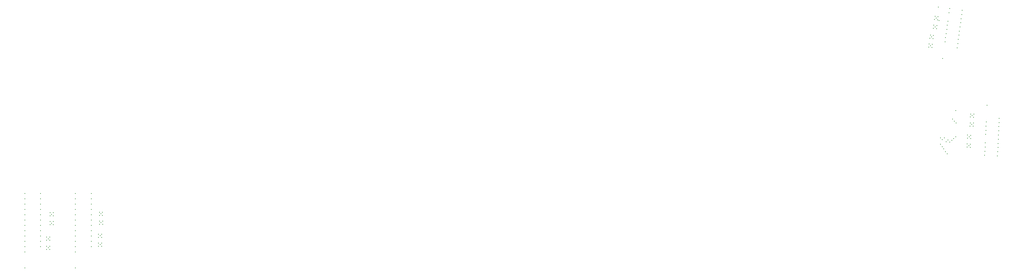
<source format=gbr>
*
G4_C Author: OrCAD GerbTool(tm) 8.1.1 Wed Jun 18 21:21:11 2003*
G4 Mass Parameters *
G4 Image *
G4 Aperture Definitions *
G4 Plot Data *
G4 Mass Parameters *
G4 Image *
G4 Aperture Definitions *
G4 Plot Data *
G4 Mass Parameters *
G4 Image *
G4 Aperture Definitions *
G4 Plot Data *
G4 Mass Parameters *
G4 Image *
G4 Aperture Definitions *
G4 Plot Data *
%LPD*%
%FSLAX34Y34*%
%MOIN*%
%AD*%
%ADD10R,0.050000X0.050000*%
%ADD11C,0.006000*%
%ADD12C,0.019000*%
%ADD13C,0.007900*%
%ADD14C,0.005000*%
%ADD15C,0.000800*%
%ADD16R,0.070000X0.025000*%
%ADD17R,0.068000X0.023000*%
%ADD18C,0.006000*%
%ADD19C,0.009800*%
%ADD20C,0.010000*%
%ADD21C,0.030000*%
%ADD22C,0.060000*%
%ADD23C,0.035000*%
%ADD24C,0.055000*%
%ADD25C,0.065000*%
%ADD256C,0.015000*%
%ADD257C,0.011000*%
%ADD258C,0.036000*%
G4_C OrCAD GerbTool Tool List *
G4_D256 2 0.0150 T 0 0*
G4_D257 1 0.0110 T 0 0*
G4_D258 3 0.0360 T 0 0*
G54D257*
G1X7978Y8876D3*
G1X7976Y8376D3*
G1X7976Y7876D3*
G1X7977Y6875D3*
G1X7978Y6375D3*
G1X7977Y5875D3*
G1X7976Y5376D3*
G1X7976Y4876D3*
G1X7977Y4376D3*
G1X7977Y3875D3*
G1X6506Y8877D3*
G1X6506Y8377D3*
G1X6505Y7876D3*
G1X6505Y7377D3*
G1X6505Y6877D3*
G1X6505Y6376D3*
G1X6506Y5876D3*
G1X6506Y5377D3*
G1X6505Y4876D3*
G1X6506Y4377D3*
G1X6505Y3877D3*
G1X6506Y3376D3*
G1X6505Y1877D3*
G1X7976Y7376D3*
G1X8964Y3906D3*
G1X8964Y4207D3*
G1X8665Y3906D3*
G1X8665Y4206D3*
G1X8815Y4056D3*
G1X8964Y4746D3*
G1X8964Y5047D3*
G1X8664Y4746D3*
G1X8664Y5046D3*
G1X8814Y4896D3*
G1X9041Y5970D3*
G1X9041Y6270D3*
G1X8741Y5970D3*
G1X8741Y6270D3*
G1X8891Y6120D3*
G1X9040Y6810D3*
G1X9040Y7110D3*
G1X8741Y6810D3*
G1X8741Y7110D3*
G1X8891Y6960D3*
G1X3239Y8874D3*
G1X3237Y8374D3*
G1X3237Y7874D3*
G1X3237Y7374D3*
G1X3238Y6873D3*
G1X3239Y6373D3*
G1X3238Y5873D3*
G1X3237Y5374D3*
G1X3237Y4874D3*
G1X3238Y4374D3*
G1X3238Y3873D3*
G1X1767Y8875D3*
G1X1767Y8375D3*
G1X1766Y7874D3*
G1X1766Y7375D3*
G1X1766Y6875D3*
G1X1766Y6374D3*
G1X1767Y5874D3*
G1X1767Y5375D3*
G1X1766Y4874D3*
G1X1767Y4375D3*
G1X1766Y3875D3*
G1X1767Y3374D3*
G1X1766Y1874D3*
G1X4100Y3616D3*
G1X4100Y3916D3*
G1X3800Y3616D3*
G1X3800Y3916D3*
G1X3950Y3766D3*
G1X4099Y4456D3*
G1X4099Y4756D3*
G1X3799Y4456D3*
G1X3800Y4755D3*
G1X3949Y4606D3*
G1X4419Y5920D3*
G1X4419Y6220D3*
G1X4119Y5920D3*
G1X4119Y6220D3*
G1X4269Y6070D3*
G1X4418Y6760D3*
G1X4418Y7060D3*
G1X4118Y6760D3*
G1X4119Y7059D3*
G1X4268Y6910D3*
G1X87506Y25139D3*
G1X89187Y22582D3*
G1X89241Y22973D3*
G1X89294Y23362D3*
G1X89348Y23753D3*
G1X89401Y24143D3*
G1X89455Y24534D3*
G1X89508Y24922D3*
G1X89561Y25313D3*
G1X89615Y25703D3*
G1X89668Y26092D3*
G1X87838Y21576D3*
G1X88052Y23135D3*
G1X88105Y23525D3*
G1X88159Y23915D3*
G1X88212Y24306D3*
G1X88266Y24696D3*
G1X88319Y25085D3*
G1X88426Y25865D3*
G1X88479Y26255D3*
G1X86819Y22602D3*
G1X86860Y22899D3*
G1X86522Y22643D3*
G1X86563Y22940D3*
G1X86691Y22771D3*
G1X86932Y23434D3*
G1X86973Y23731D3*
G1X86635Y23475D3*
G1X86677Y23771D3*
G1X86804Y23603D3*
G1X87252Y24365D3*
G1X87292Y24663D3*
G1X86954Y24406D3*
G1X86995Y24703D3*
G1X87123Y24534D3*
G1X87365Y25198D3*
G1X87405Y25495D3*
G1X87067Y25239D3*
G1X87109Y25535D3*
G1X87236Y25367D3*
G1X87415Y26401D3*
G1X88328Y13900D3*
G1X88269Y12601D3*
G1X88768Y15863D3*
G1X88935Y15680D3*
G1X89102Y15498D3*
G1X89044Y14217D3*
G1X88861Y14050D3*
G1X88678Y13883D3*
G1X88495Y13716D3*
G1X87638Y14108D3*
G1X87805Y13924D3*
G1X88147Y13732D3*
G1X87988Y14092D3*
G1X87940Y13078D3*
G1X87774Y13280D3*
G1X88103Y12813D3*
G1X87609Y13503D3*
G1X92972Y12401D3*
G1X92990Y12795D3*
G1X93008Y13188D3*
G1X93026Y13581D3*
G1X93044Y13974D3*
G1X93062Y14367D3*
G1X93079Y14760D3*
G1X93097Y15154D3*
G1X93115Y15548D3*
G1X93133Y15940D3*
G1X91772Y12455D3*
G1X91790Y12849D3*
G1X91808Y13242D3*
G1X91826Y13635D3*
G1X91862Y14421D3*
G1X91880Y14815D3*
G1X91898Y15208D3*
G1X91915Y15602D3*
G1X91987Y17173D3*
G1X90419Y13212D3*
G1X90433Y13512D3*
G1X90120Y13226D3*
G1X90133Y13526D3*
G1X90276Y13369D3*
G1X90457Y14052D3*
G1X90470Y14351D3*
G1X90157Y14065D3*
G1X90171Y14364D3*
G1X90314Y14208D3*
G1X90698Y15201D3*
G1X90712Y15501D3*
G1X90398Y15215D3*
G1X90412Y15514D3*
G1X90555Y15358D3*
G1X90735Y16040D3*
G1X90749Y16340D3*
G1X90435Y16054D3*
G1X90450Y16352D3*
G1X90592Y16197D3*
G1X89064Y16685D3*
M2*

</source>
